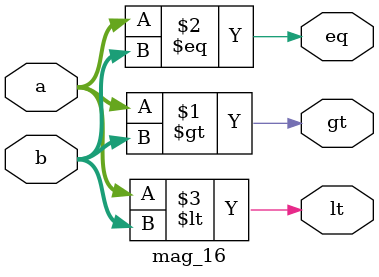
<source format=v>
/* verilator lint_off LITENDIAN */
//`include "defs.v"

module mag_16
(
	output gt,
	output eq,
	output lt,
	input [15:0] a,
	input [15:0] b
);

assign gt = a > b;
assign eq = a == b;
assign lt = a < b;

endmodule
/* verilator lint_on LITENDIAN */

</source>
